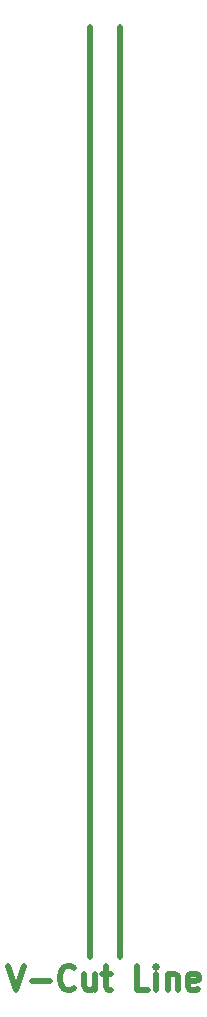
<source format=gto>
G04 #@! TF.GenerationSoftware,KiCad,Pcbnew,5.1.5+dfsg1-2build2*
G04 #@! TF.CreationDate,2020-12-13T19:03:44+09:00*
G04 #@! TF.ProjectId,shield,73686965-6c64-42e6-9b69-6361645f7063,rev?*
G04 #@! TF.SameCoordinates,Original*
G04 #@! TF.FileFunction,Legend,Top*
G04 #@! TF.FilePolarity,Positive*
%FSLAX46Y46*%
G04 Gerber Fmt 4.6, Leading zero omitted, Abs format (unit mm)*
G04 Created by KiCad (PCBNEW 5.1.5+dfsg1-2build2) date 2020-12-13 19:03:44*
%MOMM*%
%LPD*%
G04 APERTURE LIST*
%ADD10C,0.500000*%
G04 APERTURE END LIST*
D10*
X49594523Y-92249761D02*
X50261190Y-94249761D01*
X50927857Y-92249761D01*
X51594523Y-93487857D02*
X53118333Y-93487857D01*
X55213571Y-94059285D02*
X55118333Y-94154523D01*
X54832619Y-94249761D01*
X54642142Y-94249761D01*
X54356428Y-94154523D01*
X54165952Y-93964047D01*
X54070714Y-93773571D01*
X53975476Y-93392619D01*
X53975476Y-93106904D01*
X54070714Y-92725952D01*
X54165952Y-92535476D01*
X54356428Y-92345000D01*
X54642142Y-92249761D01*
X54832619Y-92249761D01*
X55118333Y-92345000D01*
X55213571Y-92440238D01*
X56927857Y-92916428D02*
X56927857Y-94249761D01*
X56070714Y-92916428D02*
X56070714Y-93964047D01*
X56165952Y-94154523D01*
X56356428Y-94249761D01*
X56642142Y-94249761D01*
X56832619Y-94154523D01*
X56927857Y-94059285D01*
X57594523Y-92916428D02*
X58356428Y-92916428D01*
X57880238Y-92249761D02*
X57880238Y-93964047D01*
X57975476Y-94154523D01*
X58165952Y-94249761D01*
X58356428Y-94249761D01*
X61499285Y-94249761D02*
X60546904Y-94249761D01*
X60546904Y-92249761D01*
X62165952Y-94249761D02*
X62165952Y-92916428D01*
X62165952Y-92249761D02*
X62070714Y-92345000D01*
X62165952Y-92440238D01*
X62261190Y-92345000D01*
X62165952Y-92249761D01*
X62165952Y-92440238D01*
X63118333Y-92916428D02*
X63118333Y-94249761D01*
X63118333Y-93106904D02*
X63213571Y-93011666D01*
X63404047Y-92916428D01*
X63689761Y-92916428D01*
X63880238Y-93011666D01*
X63975476Y-93202142D01*
X63975476Y-94249761D01*
X65689761Y-94154523D02*
X65499285Y-94249761D01*
X65118333Y-94249761D01*
X64927857Y-94154523D01*
X64832619Y-93964047D01*
X64832619Y-93202142D01*
X64927857Y-93011666D01*
X65118333Y-92916428D01*
X65499285Y-92916428D01*
X65689761Y-93011666D01*
X65785000Y-93202142D01*
X65785000Y-93392619D01*
X64832619Y-93583095D01*
X59055000Y-12700000D02*
X59055000Y-91440000D01*
X56515000Y-12700000D02*
X56515000Y-91440000D01*
M02*

</source>
